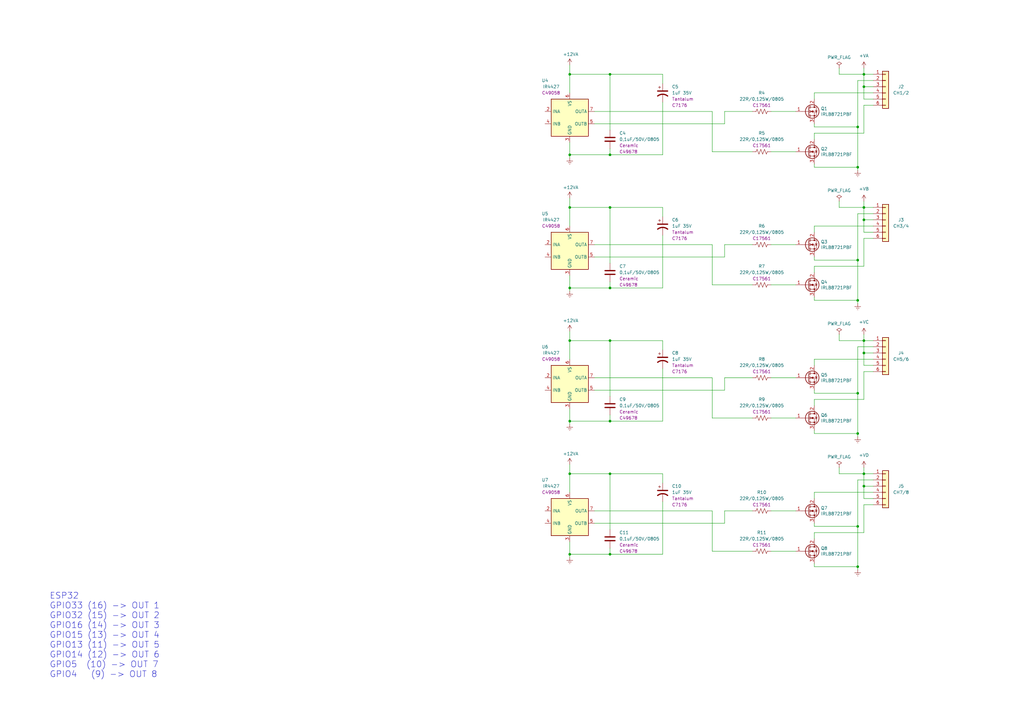
<source format=kicad_sch>
(kicad_sch (version 20231120) (generator "eeschema") (generator_version "8.0")
  (paper "A3")
  (title_block (title "ESP 8x PWM Module 24V") (date "2024-06-22") (rev "2"))
  (lib_symbols
    (symbol "Connector_Generic:Conn_01x06" (pin_names (offset 1.016) hide)
      (property "Reference" "J" (at 0 7.62 0))
      (property "Value" "Conn_01x06" (at 0 -10.16 0))
      (symbol "Conn_01x06_1_1"
        (rectangle (start -1.27 -7.493) (end 0 -7.747) (stroke (width 0.1524)))
        (rectangle (start -1.27 -4.953) (end 0 -5.207) (stroke (width 0.1524)))
        (rectangle (start -1.27 -2.413) (end 0 -2.667) (stroke (width 0.1524)))
        (rectangle (start -1.27 0.127) (end 0 -0.127) (stroke (width 0.1524)))
        (rectangle (start -1.27 2.667) (end 0 2.413) (stroke (width 0.1524)))
        (rectangle (start -1.27 5.207) (end 0 4.953) (stroke (width 0.1524)))
        (rectangle (start -1.27 6.35) (end 1.27 -8.89) (stroke (width 0.254)) (fill (type background)))
        (pin passive line (at -5.08 5.08 0) (length 3.81) (name "Pin_1") (number "1"))
        (pin passive line (at -5.08 2.54 0) (length 3.81) (name "Pin_2") (number "2"))
        (pin passive line (at -5.08 0 0) (length 3.81) (name "Pin_3") (number "3"))
        (pin passive line (at -5.08 -2.54 0) (length 3.81) (name "Pin_4") (number "4"))
        (pin passive line (at -5.08 -5.08 0) (length 3.81) (name "Pin_5") (number "5"))
        (pin passive line (at -5.08 -7.62 0) (length 3.81) (name "Pin_6") (number "6"))
      )
    )
    (symbol "Device:C" (pin_numbers hide) (pin_names (offset 0.254))
      (property "Reference" "C" (at 0.635 2.54 0))
      (property "Value" "C" (at 0.635 -2.54 0))
      (symbol "C_0_1"
        (polyline (pts (xy -2.032 -0.762) (xy 2.032 -0.762)) (stroke (width 0.508)))
        (polyline (pts (xy -2.032 0.762) (xy 2.032 0.762)) (stroke (width 0.508)))
      )
      (symbol "C_1_1"
        (pin passive line (at 0 3.81 270) (length 2.794) (name "~") (number "1"))
        (pin passive line (at 0 -3.81 90) (length 2.794) (name "~") (number "2"))
      )
    )
    (symbol "Device:C_Polarized_US" (pin_numbers hide) (pin_names (offset 0.254) hide)
      (property "Reference" "C" (at 0.635 2.54 0))
      (property "Value" "C_Polarized_US" (at 0.635 -2.54 0))
      (symbol "C_Polarized_US_0_1"
        (polyline (pts (xy -2.032 0.762) (xy 2.032 0.762)) (stroke (width 0.508)))
        (polyline (pts (xy -1.778 2.286) (xy -0.762 2.286)))
        (polyline (pts (xy -1.27 1.778) (xy -1.27 2.794)))
        (arc (start 2.032 -1.27) (mid 0 -0.5572) (end -2.032 -1.27) (stroke (width 0.508)))
      )
      (symbol "C_Polarized_US_1_1"
        (pin passive line (at 0 3.81 270) (length 2.794) (name "~") (number "1"))
        (pin passive line (at 0 -3.81 90) (length 3.302) (name "~") (number "2"))
      )
    )
    (symbol "Device:R_US" (pin_numbers hide) (pin_names (offset 0))
      (property "Reference" "R" (at 2.54 0 90))
      (property "Value" "R_US" (at -2.54 0 90))
      (symbol "R_US_0_1"
        (polyline (pts (xy 0 -2.286) (xy 0 -2.54)))
        (polyline (pts (xy 0 2.286) (xy 0 2.54)))
        (polyline (pts (xy 0 -0.762) (xy 1.016 -1.143) (xy 0 -1.524) (xy -1.016 -1.905) (xy 0 -2.286)))
        (polyline (pts (xy 0 0.762) (xy 1.016 0.381) (xy 0 0) (xy -1.016 -0.381) (xy 0 -0.762)))
        (polyline (pts (xy 0 2.286) (xy 1.016 1.905) (xy 0 1.524) (xy -1.016 1.143) (xy 0 0.762)))
      )
      (symbol "R_US_1_1"
        (pin passive line (at 0 3.81 270) (length 1.27) (name "~") (number "1"))
        (pin passive line (at 0 -3.81 90) (length 1.27) (name "~") (number "2"))
      )
    )
    (symbol "Tales:+VA" (power) (pin_names (offset 0))
      (property "Value" "+VA" (at 0 3.556 0))
      (symbol "+VA_0_1"
        (polyline (pts (xy -0.762 1.27) (xy 0 2.54)))
        (polyline (pts (xy 0 0) (xy 0 2.54)))
        (polyline (pts (xy 0 2.54) (xy 0.762 1.27)))
      )
      (symbol "+VA_1_1"
        (pin power_in line (at 0 0 90) (length 0) hide (name "+VA") (number "1"))
      )
    )
    (symbol "Tales:+VB" (power) (pin_names (offset 0))
      (property "Value" "+VB" (at 0 3.556 0))
      (symbol "+VB_0_1"
        (polyline (pts (xy -0.762 1.27) (xy 0 2.54)))
        (polyline (pts (xy 0 0) (xy 0 2.54)))
        (polyline (pts (xy 0 2.54) (xy 0.762 1.27)))
      )
      (symbol "+VB_1_1"
        (pin power_in line (at 0 0 90) (length 0) hide (name "+VB") (number "1"))
      )
    )
    (symbol "Tales:+VC" (power) (pin_names (offset 0))
      (property "Value" "+VC" (at 0 3.556 0))
      (symbol "+VC_0_1"
        (polyline (pts (xy -0.762 1.27) (xy 0 2.54)))
        (polyline (pts (xy 0 0) (xy 0 2.54)))
        (polyline (pts (xy 0 2.54) (xy 0.762 1.27)))
      )
      (symbol "+VC_1_1"
        (pin power_in line (at 0 0 90) (length 0) hide (name "+VC") (number "1"))
      )
    )
    (symbol "Tales:+VD" (power) (pin_names (offset 0))
      (property "Value" "+VD" (at 0 3.556 0))
      (symbol "+VD_0_1"
        (polyline (pts (xy -0.762 1.27) (xy 0 2.54)))
        (polyline (pts (xy 0 0) (xy 0 2.54)))
        (polyline (pts (xy 0 2.54) (xy 0.762 1.27)))
      )
      (symbol "+VD_1_1"
        (pin power_in line (at 0 0 90) (length 0) hide (name "+VD") (number "1"))
      )
    )
    (symbol "Tales:IR4427"
      (property "Reference" "U" (at -7.62 8.89 0))
      (property "Value" "IR4427" (at 1.27 8.89 0))
      (symbol "IR4427_0_1"
        (rectangle (start -7.62 -7.62) (end 7.62 7.62) (stroke (width 0.254)) (fill (type background)))
      )
      (symbol "IR4427_1_1"
        (pin no_connect line (at -7.62 0 0) (length 2.54) hide (name "NC") (number "1"))
        (pin input line (at -10.16 2.54 0) (length 2.54) (name "INA") (number "2"))
        (pin power_in line (at 0 -10.16 90) (length 2.54) (name "GND") (number "3"))
        (pin input line (at -10.16 -2.54 0) (length 2.54) (name "INB") (number "4"))
        (pin output line (at 10.16 -2.54 180) (length 2.54) (name "OUTB") (number "5"))
        (pin power_in line (at 0 10.16 270) (length 2.54) (name "VS") (number "6"))
        (pin output line (at 10.16 2.54 180) (length 2.54) (name "OUTA") (number "7"))
        (pin no_connect line (at 7.62 0 180) (length 2.54) hide (name "NC") (number "8"))
      )
    )
    (symbol "Transistor_FET:IRLB8721PBF" (pin_names hide)
      (property "Reference" "Q" (at 6.35 1.905 0))
      (property "Value" "IRLB8721PBF" (at 6.35 0 0))
      (symbol "IRLB8721PBF_0_1"
        (polyline (pts (xy 0.254 0) (xy -2.54 0)))
        (polyline (pts (xy 0.254 1.905) (xy 0.254 -1.905)) (stroke (width 0.254)))
        (polyline (pts (xy 0.762 -1.27) (xy 0.762 -2.286)) (stroke (width 0.254)))
        (polyline (pts (xy 0.762 0.508) (xy 0.762 -0.508)) (stroke (width 0.254)))
        (polyline (pts (xy 0.762 2.286) (xy 0.762 1.27)) (stroke (width 0.254)))
        (polyline (pts (xy 2.54 2.54) (xy 2.54 1.778)))
        (polyline (pts (xy 2.54 -2.54) (xy 2.54 0) (xy 0.762 0)))
        (polyline (pts (xy 0.762 -1.778) (xy 3.302 -1.778) (xy 3.302 1.778) (xy 0.762 1.778)))
        (polyline (pts (xy 1.016 0) (xy 2.032 0.381) (xy 2.032 -0.381) (xy 1.016 0)) (fill (type outline)))
        (polyline (pts (xy 2.794 0.508) (xy 2.921 0.381) (xy 3.683 0.381) (xy 3.81 0.254)))
        (polyline (pts (xy 3.302 0.381) (xy 2.921 -0.254) (xy 3.683 -0.254) (xy 3.302 0.381)))
        (circle (center 1.651 0) (radius 2.794) (stroke (width 0.254)))
        (circle (center 2.54 -1.778) (radius 0.254) (fill (type outline)))
        (circle (center 2.54 1.778) (radius 0.254) (fill (type outline)))
      )
      (symbol "IRLB8721PBF_1_1"
        (pin input line (at -5.08 0 0) (length 2.54) (name "G") (number "1"))
        (pin passive line (at 2.54 5.08 270) (length 2.54) (name "D") (number "2"))
        (pin passive line (at 2.54 -5.08 90) (length 2.54) (name "S") (number "3"))
      )
    )
    (symbol "power:+12VA" (power) (pin_names (offset 0))
      (property "Value" "+12VA" (at 0 3.556 0))
      (symbol "+12VA_0_1"
        (polyline (pts (xy -0.762 1.27) (xy 0 2.54)))
        (polyline (pts (xy 0 0) (xy 0 2.54)))
        (polyline (pts (xy 0 2.54) (xy 0.762 1.27)))
      )
      (symbol "+12VA_1_1"
        (pin power_in line (at 0 0 90) (length 0) hide (name "+12VA") (number "1"))
      )
    )
    (symbol "power:GNDREF" (power) (pin_names (offset 0))
      (property "Value" "GNDREF" (at 0 -3.81 0))
      (symbol "GNDREF_0_1"
        (polyline (pts (xy -0.635 -1.905) (xy 0.635 -1.905)))
        (polyline (pts (xy -0.127 -2.54) (xy 0.127 -2.54)))
        (polyline (pts (xy 0 -1.27) (xy 0 0)))
        (polyline (pts (xy 1.27 -1.27) (xy -1.27 -1.27)))
      )
      (symbol "GNDREF_1_1"
        (pin power_in line (at 0 0 270) (length 0) hide (name "GNDREF") (number "1"))
      )
    )
    (symbol "power:PWR_FLAG" (power) (pin_numbers hide) (pin_names (offset 0) hide)
      (property "Value" "PWR_FLAG" (at 0 3.81 0))
      (symbol "PWR_FLAG_0_0"
        (pin power_out line (at 0 0 90) (length 0) (name "pwr") (number "1"))
      )
      (symbol "PWR_FLAG_0_1"
        (polyline (pts (xy 0 0) (xy 0 1.27) (xy -1.016 1.905) (xy 0 2.54) (xy 1.016 1.905) (xy 0 1.27)))
      )
    )
  )
  (junction (at 354.33 35.56))
  (junction (at 233.68 172.72))
  (junction (at 233.68 63.5))
  (junction (at 351.79 68.58))
  (junction (at 354.33 30.48))
  (junction (at 233.68 30.48))
  (junction (at 233.68 194.31))
  (junction (at 354.33 139.7))
  (junction (at 351.79 123.19))
  (junction (at 354.33 90.17))
  (junction (at 250.19 194.31))
  (junction (at 250.19 118.11))
  (junction (at 233.68 118.11))
  (junction (at 250.19 139.7))
  (junction (at 351.79 161.29))
  (junction (at 250.19 227.33))
  (junction (at 233.68 85.09))
  (junction (at 351.79 177.8))
  (junction (at 250.19 30.48))
  (junction (at 354.33 199.39))
  (junction (at 354.33 194.31))
  (junction (at 354.33 144.78))
  (junction (at 354.33 85.09))
  (junction (at 233.68 227.33))
  (junction (at 351.79 232.41))
  (junction (at 351.79 106.68))
  (junction (at 233.68 139.7))
  (junction (at 250.19 85.09))
  (junction (at 351.79 52.07))
  (junction (at 250.19 63.5))
  (junction (at 250.19 172.72))
  (junction (at 351.79 215.9))
  (wire (pts (xy 351.79 68.58) (xy 351.79 52.07)))
  (wire (pts (xy 316.23 100.33) (xy 326.39 100.33)))
  (wire (pts (xy 292.1 154.94) (xy 292.1 171.45)))
  (wire (pts (xy 297.18 214.63) (xy 297.18 209.55)))
  (wire (pts (xy 271.78 205.74) (xy 271.78 227.33)))
  (wire (pts (xy 354.33 204.47) (xy 354.33 199.39)))
  (wire (pts (xy 334.01 218.44) (xy 354.33 218.44)))
  (wire (pts (xy 354.33 109.22) (xy 354.33 97.79)))
  (wire (pts (xy 233.68 118.11) (xy 250.19 118.11)))
  (wire (pts (xy 351.79 177.8) (xy 351.79 179.07)))
  (wire (pts (xy 243.84 105.41) (xy 297.18 105.41)))
  (wire (pts (xy 233.68 173.99) (xy 233.68 172.72)))
  (wire (pts (xy 351.79 215.9) (xy 334.01 215.9)))
  (wire (pts (xy 334.01 67.31) (xy 334.01 68.58)))
  (wire (pts (xy 334.01 214.63) (xy 334.01 215.9)))
  (wire (pts (xy 250.19 107.95) (xy 250.19 85.09)))
  (wire (pts (xy 243.84 154.94) (xy 292.1 154.94)))
  (wire (pts (xy 233.68 135.89) (xy 233.68 139.7)))
  (wire (pts (xy 358.14 149.86) (xy 354.33 149.86)))
  (wire (pts (xy 233.68 30.48) (xy 233.68 38.1)))
  (wire (pts (xy 233.68 118.11) (xy 233.68 113.03)))
  (wire (pts (xy 243.84 160.02) (xy 297.18 160.02)))
  (wire (pts (xy 297.18 105.41) (xy 297.18 100.33)))
  (wire (pts (xy 358.14 85.09) (xy 354.33 85.09)))
  (wire (pts (xy 250.19 227.33) (xy 271.78 227.33)))
  (wire (pts (xy 344.17 82.55) (xy 344.17 85.09)))
  (wire (pts (xy 354.33 163.83) (xy 354.33 152.4)))
  (wire (pts (xy 233.68 139.7) (xy 250.19 139.7)))
  (wire (pts (xy 233.68 85.09) (xy 250.19 85.09)))
  (wire (pts (xy 344.17 194.31) (xy 354.33 194.31)))
  (wire (pts (xy 271.78 194.31) (xy 250.19 194.31)))
  (wire (pts (xy 271.78 41.91) (xy 271.78 63.5)))
  (wire (pts (xy 271.78 151.13) (xy 271.78 172.72)))
  (wire (pts (xy 358.14 196.85) (xy 351.79 196.85)))
  (wire (pts (xy 358.14 92.71) (xy 334.01 92.71)))
  (wire (pts (xy 351.79 106.68) (xy 334.01 106.68)))
  (wire (pts (xy 271.78 96.52) (xy 271.78 118.11)))
  (wire (pts (xy 292.1 100.33) (xy 292.1 116.84)))
  (wire (pts (xy 354.33 152.4) (xy 358.14 152.4)))
  (wire (pts (xy 271.78 30.48) (xy 250.19 30.48)))
  (wire (pts (xy 271.78 85.09) (xy 250.19 85.09)))
  (wire (pts (xy 354.33 137.16) (xy 354.33 139.7)))
  (wire (pts (xy 351.79 232.41) (xy 351.79 233.68)))
  (wire (pts (xy 354.33 149.86) (xy 354.33 144.78)))
  (wire (pts (xy 297.18 160.02) (xy 297.18 154.94)))
  (wire (pts (xy 334.01 163.83) (xy 334.01 166.37)))
  (wire (pts (xy 233.68 119.38) (xy 233.68 118.11)))
  (wire (pts (xy 250.19 172.72) (xy 271.78 172.72)))
  (wire (pts (xy 358.14 33.02) (xy 351.79 33.02)))
  (wire (pts (xy 292.1 45.72) (xy 292.1 62.23)))
  (wire (pts (xy 334.01 232.41) (xy 351.79 232.41)))
  (wire (pts (xy 316.23 171.45) (xy 326.39 171.45)))
  (wire (pts (xy 358.14 147.32) (xy 334.01 147.32)))
  (wire (pts (xy 344.17 30.48) (xy 354.33 30.48)))
  (wire (pts (xy 271.78 139.7) (xy 250.19 139.7)))
  (wire (pts (xy 344.17 85.09) (xy 354.33 85.09)))
  (wire (pts (xy 344.17 139.7) (xy 354.33 139.7)))
  (wire (pts (xy 292.1 171.45) (xy 308.61 171.45)))
  (wire (pts (xy 351.79 142.24) (xy 351.79 161.29)))
  (wire (pts (xy 354.33 139.7) (xy 354.33 144.78)))
  (wire (pts (xy 334.01 218.44) (xy 334.01 220.98)))
  (wire (pts (xy 334.01 147.32) (xy 334.01 149.86)))
  (wire (pts (xy 233.68 85.09) (xy 233.68 92.71)))
  (wire (pts (xy 316.23 154.94) (xy 326.39 154.94)))
  (wire (pts (xy 354.33 97.79) (xy 358.14 97.79)))
  (wire (pts (xy 233.68 139.7) (xy 233.68 147.32)))
  (wire (pts (xy 358.14 30.48) (xy 354.33 30.48)))
  (wire (pts (xy 351.79 196.85) (xy 351.79 215.9)))
  (wire (pts (xy 243.84 214.63) (xy 297.18 214.63)))
  (wire (pts (xy 334.01 231.14) (xy 334.01 232.41)))
  (wire (pts (xy 358.14 139.7) (xy 354.33 139.7)))
  (wire (pts (xy 351.79 232.41) (xy 351.79 215.9)))
  (wire (pts (xy 358.14 40.64) (xy 354.33 40.64)))
  (wire (pts (xy 358.14 201.93) (xy 334.01 201.93)))
  (wire (pts (xy 334.01 105.41) (xy 334.01 106.68)))
  (wire (pts (xy 351.79 123.19) (xy 351.79 106.68)))
  (wire (pts (xy 233.68 227.33) (xy 250.19 227.33)))
  (wire (pts (xy 250.19 224.79) (xy 250.19 227.33)))
  (wire (pts (xy 358.14 194.31) (xy 354.33 194.31)))
  (wire (pts (xy 344.17 137.16) (xy 344.17 139.7)))
  (wire (pts (xy 334.01 38.1) (xy 334.01 40.64)))
  (wire (pts (xy 334.01 54.61) (xy 334.01 57.15)))
  (wire (pts (xy 233.68 30.48) (xy 250.19 30.48)))
  (wire (pts (xy 233.68 63.5) (xy 233.68 58.42)))
  (wire (pts (xy 250.19 60.96) (xy 250.19 63.5)))
  (wire (pts (xy 358.14 199.39) (xy 354.33 199.39)))
  (wire (pts (xy 233.68 228.6) (xy 233.68 227.33)))
  (wire (pts (xy 233.68 194.31) (xy 250.19 194.31)))
  (wire (pts (xy 243.84 45.72) (xy 292.1 45.72)))
  (wire (pts (xy 297.18 154.94) (xy 308.61 154.94)))
  (wire (pts (xy 334.01 54.61) (xy 354.33 54.61)))
  (wire (pts (xy 334.01 177.8) (xy 351.79 177.8)))
  (wire (pts (xy 292.1 226.06) (xy 308.61 226.06)))
  (wire (pts (xy 358.14 90.17) (xy 354.33 90.17)))
  (wire (pts (xy 354.33 191.77) (xy 354.33 194.31)))
  (wire (pts (xy 354.33 43.18) (xy 358.14 43.18)))
  (wire (pts (xy 233.68 194.31) (xy 233.68 201.93)))
  (wire (pts (xy 354.33 30.48) (xy 354.33 35.56)))
  (wire (pts (xy 358.14 204.47) (xy 354.33 204.47)))
  (wire (pts (xy 271.78 88.9) (xy 271.78 85.09)))
  (wire (pts (xy 344.17 27.94) (xy 344.17 30.48)))
  (wire (pts (xy 292.1 116.84) (xy 308.61 116.84)))
  (wire (pts (xy 297.18 100.33) (xy 308.61 100.33)))
  (wire (pts (xy 297.18 209.55) (xy 308.61 209.55)))
  (wire (pts (xy 271.78 34.29) (xy 271.78 30.48)))
  (wire (pts (xy 354.33 218.44) (xy 354.33 207.01)))
  (wire (pts (xy 334.01 121.92) (xy 334.01 123.19)))
  (wire (pts (xy 297.18 50.8) (xy 297.18 45.72)))
  (wire (pts (xy 351.79 52.07) (xy 334.01 52.07)))
  (wire (pts (xy 354.33 85.09) (xy 354.33 90.17)))
  (wire (pts (xy 250.19 115.57) (xy 250.19 118.11)))
  (wire (pts (xy 334.01 123.19) (xy 351.79 123.19)))
  (wire (pts (xy 243.84 100.33) (xy 292.1 100.33)))
  (wire (pts (xy 354.33 54.61) (xy 354.33 43.18)))
  (wire (pts (xy 358.14 38.1) (xy 334.01 38.1)))
  (wire (pts (xy 354.33 40.64) (xy 354.33 35.56)))
  (wire (pts (xy 351.79 123.19) (xy 351.79 124.46)))
  (wire (pts (xy 344.17 191.77) (xy 344.17 194.31)))
  (wire (pts (xy 271.78 143.51) (xy 271.78 139.7)))
  (wire (pts (xy 358.14 142.24) (xy 351.79 142.24)))
  (wire (pts (xy 233.68 81.28) (xy 233.68 85.09)))
  (wire (pts (xy 292.1 209.55) (xy 292.1 226.06)))
  (wire (pts (xy 334.01 160.02) (xy 334.01 161.29)))
  (wire (pts (xy 316.23 45.72) (xy 326.39 45.72)))
  (wire (pts (xy 316.23 62.23) (xy 326.39 62.23)))
  (wire (pts (xy 354.33 194.31) (xy 354.33 199.39)))
  (wire (pts (xy 358.14 87.63) (xy 351.79 87.63)))
  (wire (pts (xy 354.33 82.55) (xy 354.33 85.09)))
  (wire (pts (xy 250.19 53.34) (xy 250.19 30.48)))
  (wire (pts (xy 233.68 227.33) (xy 233.68 222.25)))
  (wire (pts (xy 250.19 63.5) (xy 271.78 63.5)))
  (wire (pts (xy 351.79 177.8) (xy 351.79 161.29)))
  (wire (pts (xy 250.19 162.56) (xy 250.19 139.7)))
  (wire (pts (xy 316.23 209.55) (xy 326.39 209.55)))
  (wire (pts (xy 354.33 207.01) (xy 358.14 207.01)))
  (wire (pts (xy 250.19 217.17) (xy 250.19 194.31)))
  (wire (pts (xy 334.01 163.83) (xy 354.33 163.83)))
  (wire (pts (xy 334.01 50.8) (xy 334.01 52.07)))
  (wire (pts (xy 354.33 27.94) (xy 354.33 30.48)))
  (wire (pts (xy 292.1 62.23) (xy 308.61 62.23)))
  (wire (pts (xy 334.01 109.22) (xy 334.01 111.76)))
  (wire (pts (xy 334.01 92.71) (xy 334.01 95.25)))
  (wire (pts (xy 316.23 226.06) (xy 326.39 226.06)))
  (wire (pts (xy 250.19 170.18) (xy 250.19 172.72)))
  (wire (pts (xy 243.84 50.8) (xy 297.18 50.8)))
  (wire (pts (xy 233.68 190.5) (xy 233.68 194.31)))
  (wire (pts (xy 316.23 116.84) (xy 326.39 116.84)))
  (wire (pts (xy 334.01 109.22) (xy 354.33 109.22)))
  (wire (pts (xy 351.79 87.63) (xy 351.79 106.68)))
  (wire (pts (xy 354.33 95.25) (xy 354.33 90.17)))
  (wire (pts (xy 334.01 201.93) (xy 334.01 204.47)))
  (wire (pts (xy 351.79 68.58) (xy 351.79 69.85)))
  (wire (pts (xy 233.68 26.67) (xy 233.68 30.48)))
  (wire (pts (xy 250.19 118.11) (xy 271.78 118.11)))
  (wire (pts (xy 351.79 33.02) (xy 351.79 52.07)))
  (wire (pts (xy 271.78 198.12) (xy 271.78 194.31)))
  (wire (pts (xy 334.01 68.58) (xy 351.79 68.58)))
  (wire (pts (xy 233.68 172.72) (xy 250.19 172.72)))
  (wire (pts (xy 358.14 35.56) (xy 354.33 35.56)))
  (wire (pts (xy 233.68 63.5) (xy 250.19 63.5)))
  (wire (pts (xy 358.14 144.78) (xy 354.33 144.78)))
  (wire (pts (xy 297.18 45.72) (xy 308.61 45.72)))
  (wire (pts (xy 233.68 172.72) (xy 233.68 167.64)))
  (wire (pts (xy 233.68 64.77) (xy 233.68 63.5)))
  (wire (pts (xy 351.79 161.29) (xy 334.01 161.29)))
  (wire (pts (xy 292.1 209.55) (xy 243.84 209.55)))
  (wire (pts (xy 334.01 176.53) (xy 334.01 177.8)))
  (wire (pts (xy 358.14 95.25) (xy 354.33 95.25)))
  (text "ESP32\nGPIO33 (16) -> OUT 1\nGPIO32 (15) -> OUT 2\nGPIO16 (14) -> OUT 3\nGPIO15 (13) -> OUT 4\nGPIO13 (11) -> OUT 5\nGPIO14 (12) -> OUT 6\nGPIO5  (10) -> OUT 7\nGPIO4   (9) -> OUT 8" (at 20.32 278.13 0) (effects (font (size 2.5 2.5)) (justify left bottom)))
  (symbol (lib_id "Connector_Generic:Conn_01x06") (at 363.22 35.56 0) (unit 1)
    (property "Reference" "J2" (at 369.57 35.56 0))
    (property "Value" "CH1/2" (at 369.57 38.1 0))
    (property "Footprint" "Tales:TerminalBlock_Phoenix_MKDS-3-6-5.08_1x06_P5.08mm_Horizontal" (effects (hide yes)))
    (property "Mfr" "Metaltex" (effects (hide yes)))
    (property "Vendor" "Eletropecas" (effects (hide yes)))
    (property "Mfr PN" "BR902V" (effects (hide yes)))
    (property "Vendor PN" "29273" (effects (hide yes)))
    (property "JLCPCB BOM" "0" (effects (hide yes)))
  )
  (symbol (lib_id "Device:R_US") (at 312.42 45.72 270) (unit 1)
    (property "Reference" "R4" (at 312.42 38.1 90))
    (property "Value" "22R/0,125W/0805" (at 312.42 40.64 90))
    (property "Footprint" "Tales:R_0805_2012Metric" (effects (hide yes)))
    (property "Case" "0805/2012" (effects (hide yes)))
    (property "Mfr" "Uniroyal" (effects (hide yes)))
    (property "Mfr PN" "0805W8F220JT5E" (effects (hide yes)))
    (property "Vendor" "JLCPCB" (effects (hide yes)))
    (property "Vendor PN" "C17561" (effects (hide yes)))
    (property "JLCPCB BOM" "1" (effects (hide yes)))
    (property "LCSC Part" "C17561" (at 312.42 43.18 90))
  )
  (symbol (lib_id "Device:R_US") (at 312.42 62.23 270) (unit 1)
    (property "Reference" "R5" (at 312.42 54.61 90))
    (property "Value" "22R/0,125W/0805" (at 312.42 57.15 90))
    (property "Footprint" "Tales:R_0805_2012Metric" (effects (hide yes)))
    (property "Case" "0805/2012" (effects (hide yes)))
    (property "Mfr" "Uniroyal" (effects (hide yes)))
    (property "Mfr PN" "0805W8F220JT5E" (effects (hide yes)))
    (property "Vendor" "JLCPCB" (effects (hide yes)))
    (property "Vendor PN" "C17561" (effects (hide yes)))
    (property "JLCPCB BOM" "1" (effects (hide yes)))
    (property "LCSC Part" "C17561" (at 312.42 59.69 90))
  )
  (symbol (lib_id "Device:C_Polarized_US") (at 271.78 38.1 0) (unit 1)
    (property "Reference" "C5" (at 275.59 35.56 0) (effects (justify left)))
    (property "Value" "1uF 35V" (at 275.59 38.1 0) (effects (justify left)))
    (property "Footprint" "Tales:CP_EIA-3216-18_Kemet-A_Pad1.58x1.35mm_HandSolder" (effects (hide yes)))
    (property "Case" "1206/3216" (effects (hide yes)))
    (property "Mfr" "AVX" (effects (hide yes)))
    (property "Vendor" "JLCPCB" (effects (hide yes)))
    (property "Mfr PN" "TAJA105K035RNJ" (effects (hide yes)))
    (property "Vendor PN" "C7176" (effects (hide yes)))
    (property "Technology" "Tantalum" (at 275.59 40.64 0) (effects (justify left)))
    (property "JLCPCB BOM" "1" (effects (hide yes)))
    (property "LCSC Part" "C7176" (at 275.59 43.18 0) (effects (justify left)))
  )
  (symbol (lib_id "Tales:IR4427") (at 233.68 48.26 0) (unit 1)
    (property "Reference" "U4" (at 223.52 33.02 0))
    (property "Value" "IR4427" (at 226.06 35.56 0))
    (property "Footprint" "Tales:SOIC-8_3.9x4.9mm_P1.27mm" (effects (hide yes)))
    (property "Case" "SOIC-8" (effects (hide yes)))
    (property "Mfr" "International Rectifier" (effects (hide yes)))
    (property "Mfr PN" "IR4427STRPBF\r" (effects (hide yes)))
    (property "Vendor" "JLCPCB" (effects (hide yes)))
    (property "Vendor PN" "C49058" (effects (hide yes)))
    (property "JLCPCB BOM" "1" (effects (hide yes)))
    (property "LCSC Part" "C49058" (at 222.25 38.1 0) (effects (justify left)))
  )
  (symbol (lib_id "power:GNDREF") (at 233.68 64.77 0) (unit 1)
    (property "Reference" "#PWR0112" (effects (hide yes)))
    (property "Value" "GNDREF" (effects (hide yes)))
  )
  (symbol (lib_id "Transistor_FET:IRLB8721PBF") (at 331.47 62.23 0) (unit 1)
    (property "Reference" "Q2" (at 336.6516 61.0616 0) (effects (justify left)))
    (property "Value" "IRLB8721PBF" (at 336.6516 63.373 0) (effects (justify left)))
    (property "Footprint" "Tales:TO-220-3_Vertical" (effects (hide yes)))
    (property "Datasheet" "http://www.infineon.com/dgdl/irlb8721pbf.pdf?fileId=5546d462533600a40153566056732591" (effects (hide yes)))
    (property "Case" "TO-220-3" (effects (hide yes)))
    (property "Mfr" "Infineon" (effects (hide yes)))
    (property "Mfr PN" "IRLB8721PBF" (effects (hide yes)))
    (property "Vendor" "Mouser" (effects (hide yes)))
    (property "Vendor PN" "942-IRLB8721PBF" (effects (hide yes)))
    (property "JLCPCB BOM" "0" (effects (hide yes)))
  )
  (symbol (lib_id "Device:C") (at 250.19 57.15 0) (unit 1)
    (property "Reference" "C4" (at 254 54.61 0) (effects (justify left)))
    (property "Value" "0,1uF/50V/0805" (at 254 57.15 0) (effects (justify left)))
    (property "Footprint" "Tales:C_0805_2012Metric" (effects (hide yes)))
    (property "Case" "0805/2012" (effects (hide yes)))
    (property "Mfr" "Yageo" (effects (hide yes)))
    (property "Mfr PN" "CC0805KRX7R9BB104" (effects (hide yes)))
    (property "Vendor" "JLCPCB" (effects (hide yes)))
    (property "Vendor PN" "C49678" (effects (hide yes)))
    (property "Technology" "Ceramic" (at 254 59.69 0) (effects (justify left)))
    (property "JLCPCB BOM" "1" (effects (hide yes)))
    (property "LCSC Part" "C49678" (at 254 62.23 0) (effects (justify left)))
  )
  (symbol (lib_id "Transistor_FET:IRLB8721PBF") (at 331.47 45.72 0) (unit 1)
    (property "Reference" "Q1" (at 336.6516 44.5516 0) (effects (justify left)))
    (property "Value" "IRLB8721PBF" (at 336.6516 46.863 0) (effects (justify left)))
    (property "Footprint" "Tales:TO-220-3_Vertical" (effects (hide yes)))
    (property "Datasheet" "http://www.infineon.com/dgdl/irlb8721pbf.pdf?fileId=5546d462533600a40153566056732591" (effects (hide yes)))
    (property "Case" "TO-220-3" (effects (hide yes)))
    (property "Mfr" "Infineon" (effects (hide yes)))
    (property "Mfr PN" "IRLB8721PBF" (effects (hide yes)))
    (property "Vendor" "Mouser" (effects (hide yes)))
    (property "Vendor PN" "942-IRLB8721PBF" (effects (hide yes)))
    (property "JLCPCB BOM" "0" (effects (hide yes)))
  )
  (symbol (lib_id "Device:C") (at 250.19 220.98 0) (unit 1)
    (property "Reference" "C11" (at 254 218.44 0) (effects (justify left)))
    (property "Value" "0,1uF/50V/0805" (at 254 220.98 0) (effects (justify left)))
    (property "Footprint" "Tales:C_0805_2012Metric" (effects (hide yes)))
    (property "Case" "0805/2012" (effects (hide yes)))
    (property "Mfr" "Yageo" (effects (hide yes)))
    (property "Mfr PN" "CC0805KRX7R9BB104" (effects (hide yes)))
    (property "Vendor" "JLCPCB" (effects (hide yes)))
    (property "Vendor PN" "C49678" (effects (hide yes)))
    (property "Technology" "Ceramic" (at 254 223.52 0) (effects (justify left)))
    (property "JLCPCB BOM" "1" (effects (hide yes)))
    (property "LCSC Part" "C49678" (at 254 226.06 0) (effects (justify left)))
  )
  (symbol (lib_id "Tales:+VD") (at 354.33 191.77 0) (unit 1)
    (property "Reference" "#PWR07" (effects (hide yes)))
    (property "Value" "+VD" (at 354.33 186.69 0))
  )
  (symbol (lib_id "Device:C_Polarized_US") (at 271.78 201.93 0) (unit 1)
    (property "Reference" "C10" (at 275.59 199.39 0) (effects (justify left)))
    (property "Value" "1uF 35V" (at 275.59 201.93 0) (effects (justify left)))
    (property "Footprint" "Tales:CP_EIA-3216-18_Kemet-A_Pad1.58x1.35mm_HandSolder" (effects (hide yes)))
    (property "Case" "1206/3216" (effects (hide yes)))
    (property "Mfr" "AVX" (effects (hide yes)))
    (property "Vendor" "JLCPCB" (effects (hide yes)))
    (property "Mfr PN" "TAJA105K035RNJ" (effects (hide yes)))
    (property "Vendor PN" "C7176" (effects (hide yes)))
    (property "Technology" "Tantalum" (at 275.59 204.47 0) (effects (justify left)))
    (property "JLCPCB BOM" "1" (effects (hide yes)))
    (property "LCSC Part" "C7176" (at 275.59 207.01 0) (effects (justify left)))
  )
  (symbol (lib_id "Transistor_FET:IRLB8721PBF") (at 331.47 154.94 0) (unit 1)
    (property "Reference" "Q5" (at 336.6516 153.7716 0) (effects (justify left)))
    (property "Value" "IRLB8721PBF" (at 336.6516 156.083 0) (effects (justify left)))
    (property "Footprint" "Tales:TO-220-3_Vertical" (effects (hide yes)))
    (property "Datasheet" "http://www.infineon.com/dgdl/irlb8721pbf.pdf?fileId=5546d462533600a40153566056732591" (effects (hide yes)))
    (property "Case" "TO-220-3" (effects (hide yes)))
    (property "Mfr" "Infineon" (effects (hide yes)))
    (property "Mfr PN" "IRLB8721PBF" (effects (hide yes)))
    (property "Vendor" "Mouser" (effects (hide yes)))
    (property "Vendor PN" "942-IRLB8721PBF" (effects (hide yes)))
    (property "JLCPCB BOM" "0" (effects (hide yes)))
  )
  (symbol (lib_id "Tales:IR4427") (at 233.68 102.87 0) (unit 1)
    (property "Reference" "U5" (at 223.52 87.63 0))
    (property "Value" "IR4427" (at 226.06 90.17 0))
    (property "Footprint" "Tales:SOIC-8_3.9x4.9mm_P1.27mm" (effects (hide yes)))
    (property "Case" "SOIC-8" (effects (hide yes)))
    (property "Mfr" "International Rectifier" (effects (hide yes)))
    (property "Mfr PN" "IR4427STRPBF\r" (effects (hide yes)))
    (property "Vendor" "JLCPCB" (effects (hide yes)))
    (property "Vendor PN" "C49058" (effects (hide yes)))
    (property "JLCPCB BOM" "1" (effects (hide yes)))
    (property "LCSC Part" "C49058" (at 222.25 92.71 0) (effects (justify left)))
  )
  (symbol (lib_id "Tales:+VC") (at 354.33 137.16 0) (unit 1)
    (property "Reference" "#PWR04" (effects (hide yes)))
    (property "Value" "+VC" (at 354.33 132.08 0))
  )
  (symbol (lib_id "Device:C") (at 250.19 111.76 0) (unit 1)
    (property "Reference" "C7" (at 254 109.22 0) (effects (justify left)))
    (property "Value" "0,1uF/50V/0805" (at 254 111.76 0) (effects (justify left)))
    (property "Footprint" "Tales:C_0805_2012Metric" (effects (hide yes)))
    (property "Case" "0805/2012" (effects (hide yes)))
    (property "Mfr" "Yageo" (effects (hide yes)))
    (property "Mfr PN" "CC0805KRX7R9BB104" (effects (hide yes)))
    (property "Vendor" "JLCPCB" (effects (hide yes)))
    (property "Vendor PN" "C49678" (effects (hide yes)))
    (property "Technology" "Ceramic" (at 254 114.3 0) (effects (justify left)))
    (property "JLCPCB BOM" "1" (effects (hide yes)))
    (property "LCSC Part" "C49678" (at 254 116.84 0) (effects (justify left)))
  )
  (symbol (lib_id "power:GNDREF") (at 233.68 173.99 0) (unit 1)
    (property "Reference" "#PWR05" (effects (hide yes)))
    (property "Value" "GNDREF" (effects (hide yes)))
  )
  (symbol (lib_id "Device:C_Polarized_US") (at 271.78 92.71 0) (unit 1)
    (property "Reference" "C6" (at 275.59 90.17 0) (effects (justify left)))
    (property "Value" "1uF 35V" (at 275.59 92.71 0) (effects (justify left)))
    (property "Footprint" "Tales:CP_EIA-3216-18_Kemet-A_Pad1.58x1.35mm_HandSolder" (effects (hide yes)))
    (property "Case" "1206/3216" (effects (hide yes)))
    (property "Mfr" "AVX" (effects (hide yes)))
    (property "Vendor" "JLCPCB" (effects (hide yes)))
    (property "Mfr PN" "TAJA105K035RNJ" (effects (hide yes)))
    (property "Vendor PN" "C7176" (effects (hide yes)))
    (property "Technology" "Tantalum" (at 275.59 95.25 0) (effects (justify left)))
    (property "JLCPCB BOM" "1" (effects (hide yes)))
    (property "LCSC Part" "C7176" (at 275.59 97.79 0) (effects (justify left)))
  )
  (symbol (lib_id "power:GNDREF") (at 233.68 228.6 0) (unit 1)
    (property "Reference" "#PWR08" (effects (hide yes)))
    (property "Value" "GNDREF" (effects (hide yes)))
  )
  (symbol (lib_id "power:PWR_FLAG") (at 344.17 27.94 0) (unit 1)
    (property "Reference" "#FLG01" (effects (hide yes)))
    (property "Value" "PWR_FLAG" (at 344.17 23.5458 0))
  )
  (symbol (lib_id "power:GNDREF") (at 351.79 233.68 0) (unit 1)
    (property "Reference" "#PWR09" (effects (hide yes)))
    (property "Value" "GNDREF" (effects (hide yes)))
  )
  (symbol (lib_id "power:GNDREF") (at 351.79 69.85 0) (unit 1)
    (property "Reference" "#PWR0103" (effects (hide yes)))
    (property "Value" "GNDREF" (effects (hide yes)))
  )
  (symbol (lib_id "Transistor_FET:IRLB8721PBF") (at 331.47 209.55 0) (unit 1)
    (property "Reference" "Q7" (at 336.6516 208.3816 0) (effects (justify left)))
    (property "Value" "IRLB8721PBF" (at 336.6516 210.693 0) (effects (justify left)))
    (property "Footprint" "Tales:TO-220-3_Vertical" (effects (hide yes)))
    (property "Datasheet" "http://www.infineon.com/dgdl/irlb8721pbf.pdf?fileId=5546d462533600a40153566056732591" (effects (hide yes)))
    (property "Case" "TO-220-3" (effects (hide yes)))
    (property "Mfr" "Infineon" (effects (hide yes)))
    (property "Mfr PN" "IRLB8721PBF" (effects (hide yes)))
    (property "Vendor" "Mouser" (effects (hide yes)))
    (property "Vendor PN" "942-IRLB8721PBF" (effects (hide yes)))
    (property "JLCPCB BOM" "0" (effects (hide yes)))
  )
  (symbol (lib_id "Connector_Generic:Conn_01x06") (at 363.22 90.17 0) (unit 1)
    (property "Reference" "J3" (at 369.57 90.17 0))
    (property "Value" "CH3/4" (at 369.57 92.71 0))
    (property "Footprint" "Tales:TerminalBlock_Phoenix_MKDS-3-6-5.08_1x06_P5.08mm_Horizontal" (effects (hide yes)))
    (property "Mfr" "Metaltex" (effects (hide yes)))
    (property "Vendor" "Eletropecas" (effects (hide yes)))
    (property "Mfr PN" "BR902V" (effects (hide yes)))
    (property "Vendor PN" "29273" (effects (hide yes)))
    (property "JLCPCB BOM" "0" (effects (hide yes)))
  )
  (symbol (lib_id "Transistor_FET:IRLB8721PBF") (at 331.47 100.33 0) (unit 1)
    (property "Reference" "Q3" (at 336.6516 99.1616 0) (effects (justify left)))
    (property "Value" "IRLB8721PBF" (at 336.6516 101.473 0) (effects (justify left)))
    (property "Footprint" "Tales:TO-220-3_Vertical" (effects (hide yes)))
    (property "Datasheet" "http://www.infineon.com/dgdl/irlb8721pbf.pdf?fileId=5546d462533600a40153566056732591" (effects (hide yes)))
    (property "Case" "TO-220-3" (effects (hide yes)))
    (property "Mfr" "Infineon" (effects (hide yes)))
    (property "Mfr PN" "IRLB8721PBF" (effects (hide yes)))
    (property "Vendor" "Mouser" (effects (hide yes)))
    (property "Vendor PN" "942-IRLB8721PBF" (effects (hide yes)))
    (property "JLCPCB BOM" "0" (effects (hide yes)))
  )
  (symbol (lib_id "Tales:+VB") (at 354.33 82.55 0) (unit 1)
    (property "Reference" "#PWR01" (effects (hide yes)))
    (property "Value" "+VB" (at 354.33 77.47 0))
  )
  (symbol (lib_id "Connector_Generic:Conn_01x06") (at 363.22 144.78 0) (unit 1)
    (property "Reference" "J4" (at 369.57 144.78 0))
    (property "Value" "CH5/6" (at 369.57 147.32 0))
    (property "Footprint" "Tales:TerminalBlock_Phoenix_MKDS-3-6-5.08_1x06_P5.08mm_Horizontal" (effects (hide yes)))
    (property "Mfr" "Metaltex" (effects (hide yes)))
    (property "Vendor" "Eletropecas" (effects (hide yes)))
    (property "Mfr PN" "BR902V" (effects (hide yes)))
    (property "Vendor PN" "29273" (effects (hide yes)))
    (property "JLCPCB BOM" "0" (effects (hide yes)))
  )
  (symbol (lib_id "power:PWR_FLAG") (at 344.17 137.16 0) (unit 1)
    (property "Reference" "#FLG03" (effects (hide yes)))
    (property "Value" "PWR_FLAG" (at 344.17 132.7658 0))
  )
  (symbol (lib_id "power:GNDREF") (at 351.79 124.46 0) (unit 1)
    (property "Reference" "#PWR03" (effects (hide yes)))
    (property "Value" "GNDREF" (effects (hide yes)))
  )
  (symbol (lib_id "power:+12VA") (at 233.68 81.28 0) (unit 1)
    (property "Reference" "#PWR0111" (effects (hide yes)))
    (property "Value" "+12VA" (at 234.061 76.8858 0))
  )
  (symbol (lib_id "power:PWR_FLAG") (at 344.17 82.55 0) (unit 1)
    (property "Reference" "#FLG02" (effects (hide yes)))
    (property "Value" "PWR_FLAG" (at 344.17 78.1558 0))
  )
  (symbol (lib_id "Device:C") (at 250.19 166.37 0) (unit 1)
    (property "Reference" "C9" (at 254 163.83 0) (effects (justify left)))
    (property "Value" "0,1uF/50V/0805" (at 254 166.37 0) (effects (justify left)))
    (property "Footprint" "Tales:C_0805_2012Metric" (effects (hide yes)))
    (property "Case" "0805/2012" (effects (hide yes)))
    (property "Mfr" "Yageo" (effects (hide yes)))
    (property "Mfr PN" "CC0805KRX7R9BB104" (effects (hide yes)))
    (property "Vendor" "JLCPCB" (effects (hide yes)))
    (property "Vendor PN" "C49678" (effects (hide yes)))
    (property "Technology" "Ceramic" (at 254 168.91 0) (effects (justify left)))
    (property "JLCPCB BOM" "1" (effects (hide yes)))
    (property "LCSC Part" "C49678" (at 254 171.45 0) (effects (justify left)))
  )
  (symbol (lib_id "power:+12VA") (at 233.68 190.5 0) (unit 1)
    (property "Reference" "#PWR0110" (effects (hide yes)))
    (property "Value" "+12VA" (at 234.061 186.1058 0))
  )
  (symbol (lib_id "Device:R_US") (at 312.42 226.06 270) (unit 1)
    (property "Reference" "R11" (at 312.42 218.44 90))
    (property "Value" "22R/0,125W/0805" (at 312.42 220.98 90))
    (property "Footprint" "Tales:R_0805_2012Metric" (effects (hide yes)))
    (property "Case" "0805/2012" (effects (hide yes)))
    (property "Mfr" "Uniroyal" (effects (hide yes)))
    (property "Mfr PN" "0805W8F220JT5E" (effects (hide yes)))
    (property "Vendor" "JLCPCB" (effects (hide yes)))
    (property "Vendor PN" "C17561" (effects (hide yes)))
    (property "JLCPCB BOM" "1" (effects (hide yes)))
    (property "LCSC Part" "C17561" (at 312.42 223.52 90))
  )
  (symbol (lib_id "Device:R_US") (at 312.42 209.55 270) (unit 1)
    (property "Reference" "R10" (at 312.42 201.93 90))
    (property "Value" "22R/0,125W/0805" (at 312.42 204.47 90))
    (property "Footprint" "Tales:R_0805_2012Metric" (effects (hide yes)))
    (property "Case" "0805/2012" (effects (hide yes)))
    (property "Mfr" "Uniroyal" (effects (hide yes)))
    (property "Mfr PN" "0805W8F220JT5E" (effects (hide yes)))
    (property "Vendor" "JLCPCB" (effects (hide yes)))
    (property "Vendor PN" "C17561" (effects (hide yes)))
    (property "JLCPCB BOM" "1" (effects (hide yes)))
    (property "LCSC Part" "C17561" (at 312.42 207.01 90))
  )
  (symbol (lib_id "Device:R_US") (at 312.42 154.94 270) (unit 1)
    (property "Reference" "R8" (at 312.42 147.32 90))
    (property "Value" "22R/0,125W/0805" (at 312.42 149.86 90))
    (property "Footprint" "Tales:R_0805_2012Metric" (effects (hide yes)))
    (property "Case" "0805/2012" (effects (hide yes)))
    (property "Mfr" "Uniroyal" (effects (hide yes)))
    (property "Mfr PN" "0805W8F220JT5E" (effects (hide yes)))
    (property "Vendor" "JLCPCB" (effects (hide yes)))
    (property "Vendor PN" "C17561" (effects (hide yes)))
    (property "JLCPCB BOM" "1" (effects (hide yes)))
    (property "LCSC Part" "C17561" (at 312.42 152.4 90))
  )
  (symbol (lib_id "Transistor_FET:IRLB8721PBF") (at 331.47 226.06 0) (unit 1)
    (property "Reference" "Q8" (at 336.6516 224.8916 0) (effects (justify left)))
    (property "Value" "IRLB8721PBF" (at 336.6516 227.203 0) (effects (justify left)))
    (property "Footprint" "Tales:TO-220-3_Vertical" (effects (hide yes)))
    (property "Datasheet" "http://www.infineon.com/dgdl/irlb8721pbf.pdf?fileId=5546d462533600a40153566056732591" (effects (hide yes)))
    (property "Case" "TO-220-3" (effects (hide yes)))
    (property "Mfr" "Infineon" (effects (hide yes)))
    (property "Mfr PN" "IRLB8721PBF" (effects (hide yes)))
    (property "Vendor" "Mouser" (effects (hide yes)))
    (property "Vendor PN" "942-IRLB8721PBF" (effects (hide yes)))
    (property "JLCPCB BOM" "0" (effects (hide yes)))
  )
  (symbol (lib_id "Transistor_FET:IRLB8721PBF") (at 331.47 171.45 0) (unit 1)
    (property "Reference" "Q6" (at 336.6516 170.2816 0) (effects (justify left)))
    (property "Value" "IRLB8721PBF" (at 336.6516 172.593 0) (effects (justify left)))
    (property "Footprint" "Tales:TO-220-3_Vertical" (effects (hide yes)))
    (property "Datasheet" "http://www.infineon.com/dgdl/irlb8721pbf.pdf?fileId=5546d462533600a40153566056732591" (effects (hide yes)))
    (property "Case" "TO-220-3" (effects (hide yes)))
    (property "Mfr" "Infineon" (effects (hide yes)))
    (property "Mfr PN" "IRLB8721PBF" (effects (hide yes)))
    (property "Vendor" "Mouser" (effects (hide yes)))
    (property "Vendor PN" "942-IRLB8721PBF" (effects (hide yes)))
    (property "JLCPCB BOM" "0" (effects (hide yes)))
  )
  (symbol (lib_id "Device:R_US") (at 312.42 116.84 270) (unit 1)
    (property "Reference" "R7" (at 312.42 109.22 90))
    (property "Value" "22R/0,125W/0805" (at 312.42 111.76 90))
    (property "Footprint" "Tales:R_0805_2012Metric" (effects (hide yes)))
    (property "Case" "0805/2012" (effects (hide yes)))
    (property "Mfr" "Uniroyal" (effects (hide yes)))
    (property "Mfr PN" "0805W8F220JT5E" (effects (hide yes)))
    (property "Vendor" "JLCPCB" (effects (hide yes)))
    (property "Vendor PN" "C17561" (effects (hide yes)))
    (property "JLCPCB BOM" "1" (effects (hide yes)))
    (property "LCSC Part" "C17561" (at 312.42 114.3 90))
  )
  (symbol (lib_id "Connector_Generic:Conn_01x06") (at 363.22 199.39 0) (unit 1)
    (property "Reference" "J5" (at 369.57 199.39 0))
    (property "Value" "CH7/8" (at 369.57 201.93 0))
    (property "Footprint" "Tales:TerminalBlock_Phoenix_MKDS-3-6-5.08_1x06_P5.08mm_Horizontal" (effects (hide yes)))
    (property "Mfr" "Metaltex" (effects (hide yes)))
    (property "Vendor" "Eletropecas" (effects (hide yes)))
    (property "Mfr PN" "BR902V" (effects (hide yes)))
    (property "Vendor PN" "29273" (effects (hide yes)))
    (property "JLCPCB BOM" "0" (effects (hide yes)))
  )
  (symbol (lib_id "power:GNDREF") (at 351.79 179.07 0) (unit 1)
    (property "Reference" "#PWR06" (effects (hide yes)))
    (property "Value" "GNDREF" (effects (hide yes)))
  )
  (symbol (lib_id "Device:R_US") (at 312.42 171.45 270) (unit 1)
    (property "Reference" "R9" (at 312.42 163.83 90))
    (property "Value" "22R/0,125W/0805" (at 312.42 166.37 90))
    (property "Footprint" "Tales:R_0805_2012Metric" (effects (hide yes)))
    (property "Case" "0805/2012" (effects (hide yes)))
    (property "Mfr" "Uniroyal" (effects (hide yes)))
    (property "Mfr PN" "0805W8F220JT5E" (effects (hide yes)))
    (property "Vendor" "JLCPCB" (effects (hide yes)))
    (property "Vendor PN" "C17561" (effects (hide yes)))
    (property "JLCPCB BOM" "1" (effects (hide yes)))
    (property "LCSC Part" "C17561" (at 312.42 168.91 90))
  )
  (symbol (lib_id "Tales:IR4427") (at 233.68 157.48 0) (unit 1)
    (property "Reference" "U6" (at 223.52 142.24 0))
    (property "Value" "IR4427" (at 226.06 144.78 0))
    (property "Footprint" "Tales:SOIC-8_3.9x4.9mm_P1.27mm" (effects (hide yes)))
    (property "Case" "SOIC-8" (effects (hide yes)))
    (property "Mfr" "International Rectifier" (effects (hide yes)))
    (property "Mfr PN" "IR4427STRPBF\r" (effects (hide yes)))
    (property "Vendor" "JLCPCB" (effects (hide yes)))
    (property "Vendor PN" "C49058" (effects (hide yes)))
    (property "JLCPCB BOM" "1" (effects (hide yes)))
    (property "LCSC Part" "C49058" (at 222.25 147.32 0) (effects (justify left)))
  )
  (symbol (lib_id "Device:R_US") (at 312.42 100.33 270) (unit 1)
    (property "Reference" "R6" (at 312.42 92.71 90))
    (property "Value" "22R/0,125W/0805" (at 312.42 95.25 90))
    (property "Footprint" "Tales:R_0805_2012Metric" (effects (hide yes)))
    (property "Case" "0805/2012" (effects (hide yes)))
    (property "Mfr" "Uniroyal" (effects (hide yes)))
    (property "Mfr PN" "0805W8F220JT5E" (effects (hide yes)))
    (property "Vendor" "JLCPCB" (effects (hide yes)))
    (property "Vendor PN" "C17561" (effects (hide yes)))
    (property "JLCPCB BOM" "1" (effects (hide yes)))
    (property "LCSC Part" "C17561" (at 312.42 97.79 90))
  )
  (symbol (lib_id "Tales:IR4427") (at 233.68 212.09 0) (unit 1)
    (property "Reference" "U7" (at 223.52 196.85 0))
    (property "Value" "IR4427" (at 226.06 199.39 0))
    (property "Footprint" "Tales:SOIC-8_3.9x4.9mm_P1.27mm" (effects (hide yes)))
    (property "Case" "SOIC-8" (effects (hide yes)))
    (property "Mfr" "International Rectifier" (effects (hide yes)))
    (property "Mfr PN" "IR4427STRPBF\r" (effects (hide yes)))
    (property "Vendor" "JLCPCB" (effects (hide yes)))
    (property "Vendor PN" "C49058" (effects (hide yes)))
    (property "JLCPCB BOM" "1" (effects (hide yes)))
    (property "LCSC Part" "C49058" (at 222.25 201.93 0) (effects (justify left)))
  )
  (symbol (lib_id "power:+12VA") (at 233.68 135.89 0) (unit 1)
    (property "Reference" "#PWR0113" (effects (hide yes)))
    (property "Value" "+12VA" (at 234.061 131.4958 0))
  )
  (symbol (lib_id "power:+12VA") (at 233.68 26.67 0) (unit 1)
    (property "Reference" "#PWR0116" (effects (hide yes)))
    (property "Value" "+12VA" (at 234.061 22.2758 0))
  )
  (symbol (lib_id "power:PWR_FLAG") (at 344.17 191.77 0) (unit 1)
    (property "Reference" "#FLG04" (effects (hide yes)))
    (property "Value" "PWR_FLAG" (at 344.17 187.3758 0))
  )
  (symbol (lib_id "Device:C_Polarized_US") (at 271.78 147.32 0) (unit 1)
    (property "Reference" "C8" (at 275.59 144.78 0) (effects (justify left)))
    (property "Value" "1uF 35V" (at 275.59 147.32 0) (effects (justify left)))
    (property "Footprint" "Tales:CP_EIA-3216-18_Kemet-A_Pad1.58x1.35mm_HandSolder" (effects (hide yes)))
    (property "Case" "1206/3216" (effects (hide yes)))
    (property "Mfr" "AVX" (effects (hide yes)))
    (property "Vendor" "JLCPCB" (effects (hide yes)))
    (property "Mfr PN" "TAJA105K035RNJ" (effects (hide yes)))
    (property "Vendor PN" "C7176" (effects (hide yes)))
    (property "Technology" "Tantalum" (at 275.59 149.86 0) (effects (justify left)))
    (property "JLCPCB BOM" "1" (effects (hide yes)))
    (property "LCSC Part" "C7176" (at 275.59 152.4 0) (effects (justify left)))
  )
  (symbol (lib_id "Tales:+VA") (at 354.33 27.94 0) (unit 1)
    (property "Reference" "#PWR0101" (effects (hide yes)))
    (property "Value" "+VA" (at 354.33 22.86 0))
  )
  (symbol (lib_id "Transistor_FET:IRLB8721PBF") (at 331.47 116.84 0) (unit 1)
    (property "Reference" "Q4" (at 336.6516 115.6716 0) (effects (justify left)))
    (property "Value" "IRLB8721PBF" (at 336.6516 117.983 0) (effects (justify left)))
    (property "Footprint" "Tales:TO-220-3_Vertical" (effects (hide yes)))
    (property "Datasheet" "http://www.infineon.com/dgdl/irlb8721pbf.pdf?fileId=5546d462533600a40153566056732591" (effects (hide yes)))
    (property "Case" "TO-220-3" (effects (hide yes)))
    (property "Mfr" "Infineon" (effects (hide yes)))
    (property "Mfr PN" "IRLB8721PBF" (effects (hide yes)))
    (property "Vendor" "Mouser" (effects (hide yes)))
    (property "Vendor PN" "942-IRLB8721PBF" (effects (hide yes)))
    (property "JLCPCB BOM" "0" (effects (hide yes)))
  )
  (symbol (lib_id "power:GNDREF") (at 233.68 119.38 0) (unit 1)
    (property "Reference" "#PWR02" (effects (hide yes)))
    (property "Value" "GNDREF" (effects (hide yes)))
  )
)
</source>
